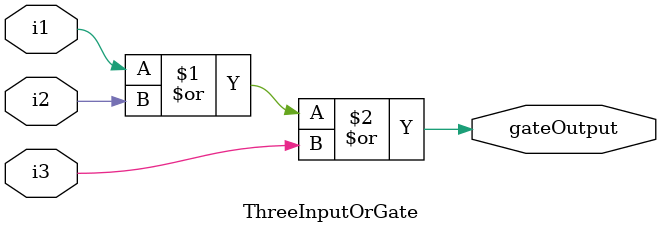
<source format=v>
`timescale 1ns / 1ps
module ThreeInputOrGate(
    input i1,
    input i2,
    input i3,
    output gateOutput
    );

or(gateOutput, i1 , i2 , i3);
endmodule

</source>
